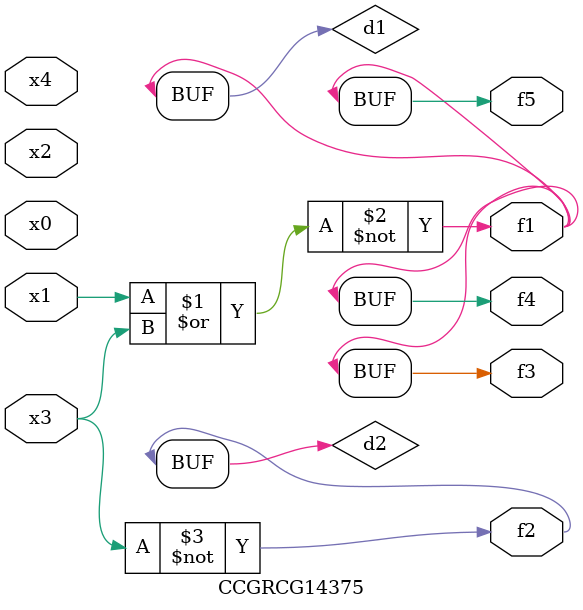
<source format=v>
module CCGRCG14375(
	input x0, x1, x2, x3, x4,
	output f1, f2, f3, f4, f5
);

	wire d1, d2;

	nor (d1, x1, x3);
	not (d2, x3);
	assign f1 = d1;
	assign f2 = d2;
	assign f3 = d1;
	assign f4 = d1;
	assign f5 = d1;
endmodule

</source>
